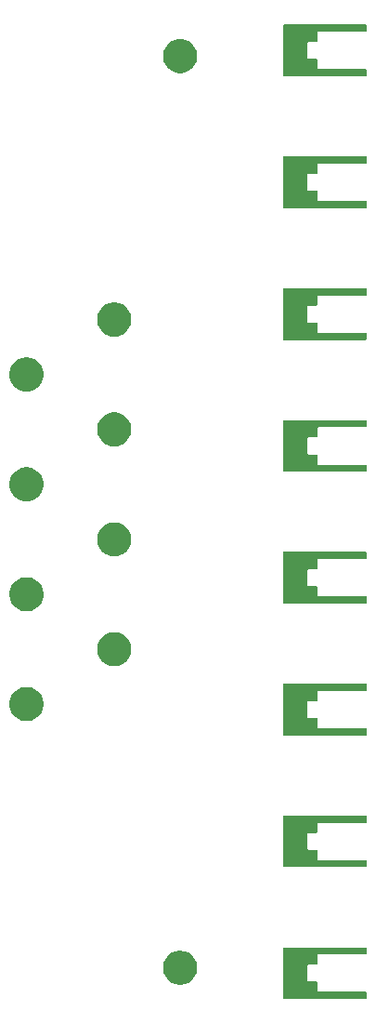
<source format=gts>
G04 #@! TF.GenerationSoftware,KiCad,Pcbnew,(5.1.6-0-10_14)*
G04 #@! TF.CreationDate,2020-08-04T00:19:05+09:00*
G04 #@! TF.ProjectId,teabiscuits_electrode_interface,74656162-6973-4637-9569-74735f656c65,rev?*
G04 #@! TF.SameCoordinates,Original*
G04 #@! TF.FileFunction,Soldermask,Top*
G04 #@! TF.FilePolarity,Negative*
%FSLAX46Y46*%
G04 Gerber Fmt 4.6, Leading zero omitted, Abs format (unit mm)*
G04 Created by KiCad (PCBNEW (5.1.6-0-10_14)) date 2020-08-04 00:19:05*
%MOMM*%
%LPD*%
G01*
G04 APERTURE LIST*
%ADD10C,0.100000*%
G04 APERTURE END LIST*
D10*
G36*
X144959999Y-126149737D02*
G01*
X144969608Y-126152652D01*
X144978472Y-126157390D01*
X144986237Y-126163763D01*
X144992610Y-126171528D01*
X144997348Y-126180392D01*
X145000263Y-126190001D01*
X145001852Y-126206140D01*
X145001852Y-126743860D01*
X145000263Y-126759999D01*
X144997348Y-126769608D01*
X144992610Y-126778472D01*
X144986237Y-126786237D01*
X144978472Y-126792610D01*
X144969608Y-126797348D01*
X144959999Y-126800263D01*
X144943860Y-126801852D01*
X140626851Y-126801852D01*
X140602465Y-126804254D01*
X140579016Y-126811367D01*
X140557405Y-126822918D01*
X140538463Y-126838463D01*
X140522918Y-126857405D01*
X140511367Y-126879016D01*
X140504254Y-126902465D01*
X140501852Y-126926851D01*
X140501852Y-127673860D01*
X140500263Y-127689999D01*
X140497348Y-127699608D01*
X140492610Y-127708472D01*
X140486237Y-127716237D01*
X140478472Y-127722610D01*
X140469608Y-127727348D01*
X140459999Y-127730263D01*
X140443860Y-127731852D01*
X139725999Y-127731852D01*
X139701613Y-127734254D01*
X139678164Y-127741367D01*
X139656553Y-127752918D01*
X139637611Y-127768463D01*
X139622066Y-127787405D01*
X139610515Y-127809016D01*
X139603402Y-127832465D01*
X139601000Y-127856851D01*
X139601000Y-129143149D01*
X139603402Y-129167535D01*
X139610515Y-129190984D01*
X139622066Y-129212595D01*
X139637611Y-129231537D01*
X139656553Y-129247082D01*
X139678164Y-129258633D01*
X139701613Y-129265746D01*
X139725999Y-129268148D01*
X140443860Y-129268148D01*
X140459999Y-129269737D01*
X140469608Y-129272652D01*
X140478472Y-129277390D01*
X140486237Y-129283763D01*
X140492610Y-129291528D01*
X140497348Y-129300392D01*
X140500263Y-129310001D01*
X140501852Y-129326140D01*
X140501852Y-130073149D01*
X140504254Y-130097535D01*
X140511367Y-130120984D01*
X140522918Y-130142595D01*
X140538463Y-130161537D01*
X140557405Y-130177082D01*
X140579016Y-130188633D01*
X140602465Y-130195746D01*
X140626851Y-130198148D01*
X144943860Y-130198148D01*
X144959999Y-130199737D01*
X144969608Y-130202652D01*
X144978472Y-130207390D01*
X144986237Y-130213763D01*
X144992610Y-130221528D01*
X144997348Y-130230392D01*
X145000263Y-130240001D01*
X145001852Y-130256140D01*
X145001852Y-130793860D01*
X145000263Y-130809999D01*
X144997348Y-130819608D01*
X144992610Y-130828472D01*
X144986237Y-130836237D01*
X144978472Y-130842610D01*
X144969608Y-130847348D01*
X144959999Y-130850263D01*
X144943860Y-130851852D01*
X137456140Y-130851852D01*
X137440001Y-130850263D01*
X137430392Y-130847348D01*
X137421528Y-130842610D01*
X137413763Y-130836237D01*
X137407390Y-130828472D01*
X137402652Y-130819608D01*
X137399737Y-130809999D01*
X137398148Y-130793860D01*
X137398148Y-129326140D01*
X137399737Y-129310001D01*
X137402653Y-129300389D01*
X137410920Y-129284923D01*
X137420298Y-129262285D01*
X137425078Y-129238251D01*
X137425078Y-129213747D01*
X137420298Y-129189714D01*
X137410920Y-129167075D01*
X137399000Y-129149235D01*
X137399000Y-127850288D01*
X137404614Y-127843447D01*
X137416165Y-127821836D01*
X137423278Y-127798387D01*
X137425680Y-127774001D01*
X137423278Y-127749615D01*
X137416165Y-127726166D01*
X137410920Y-127715077D01*
X137402653Y-127699611D01*
X137399737Y-127689999D01*
X137398148Y-127673860D01*
X137398148Y-126206140D01*
X137399737Y-126190001D01*
X137402652Y-126180392D01*
X137407390Y-126171528D01*
X137413763Y-126163763D01*
X137421528Y-126157390D01*
X137430392Y-126152652D01*
X137440001Y-126149737D01*
X137456140Y-126148148D01*
X144943860Y-126148148D01*
X144959999Y-126149737D01*
G37*
G36*
X128302585Y-126478802D02*
G01*
X128452410Y-126508604D01*
X128734674Y-126625521D01*
X128988705Y-126795259D01*
X129204741Y-127011295D01*
X129374479Y-127265326D01*
X129491396Y-127547590D01*
X129551000Y-127847240D01*
X129551000Y-128152760D01*
X129491396Y-128452410D01*
X129374479Y-128734674D01*
X129204741Y-128988705D01*
X128988705Y-129204741D01*
X128734674Y-129374479D01*
X128452410Y-129491396D01*
X128302585Y-129521198D01*
X128152761Y-129551000D01*
X127847239Y-129551000D01*
X127697415Y-129521198D01*
X127547590Y-129491396D01*
X127265326Y-129374479D01*
X127011295Y-129204741D01*
X126795259Y-128988705D01*
X126625521Y-128734674D01*
X126508604Y-128452410D01*
X126449000Y-128152760D01*
X126449000Y-127847240D01*
X126508604Y-127547590D01*
X126625521Y-127265326D01*
X126795259Y-127011295D01*
X127011295Y-126795259D01*
X127265326Y-126625521D01*
X127547590Y-126508604D01*
X127697415Y-126478802D01*
X127847239Y-126449000D01*
X128152761Y-126449000D01*
X128302585Y-126478802D01*
G37*
G36*
X144959999Y-114149737D02*
G01*
X144969608Y-114152652D01*
X144978472Y-114157390D01*
X144986237Y-114163763D01*
X144992610Y-114171528D01*
X144997348Y-114180392D01*
X145000263Y-114190001D01*
X145001852Y-114206140D01*
X145001852Y-114743860D01*
X145000263Y-114759999D01*
X144997348Y-114769608D01*
X144992610Y-114778472D01*
X144986237Y-114786237D01*
X144978472Y-114792610D01*
X144969608Y-114797348D01*
X144959999Y-114800263D01*
X144943860Y-114801852D01*
X140626851Y-114801852D01*
X140602465Y-114804254D01*
X140579016Y-114811367D01*
X140557405Y-114822918D01*
X140538463Y-114838463D01*
X140522918Y-114857405D01*
X140511367Y-114879016D01*
X140504254Y-114902465D01*
X140501852Y-114926851D01*
X140501852Y-115673860D01*
X140500263Y-115689999D01*
X140497348Y-115699608D01*
X140492610Y-115708472D01*
X140486237Y-115716237D01*
X140478472Y-115722610D01*
X140469608Y-115727348D01*
X140459999Y-115730263D01*
X140443860Y-115731852D01*
X139725999Y-115731852D01*
X139701613Y-115734254D01*
X139678164Y-115741367D01*
X139656553Y-115752918D01*
X139637611Y-115768463D01*
X139622066Y-115787405D01*
X139610515Y-115809016D01*
X139603402Y-115832465D01*
X139601000Y-115856851D01*
X139601000Y-117143149D01*
X139603402Y-117167535D01*
X139610515Y-117190984D01*
X139622066Y-117212595D01*
X139637611Y-117231537D01*
X139656553Y-117247082D01*
X139678164Y-117258633D01*
X139701613Y-117265746D01*
X139725999Y-117268148D01*
X140443860Y-117268148D01*
X140459999Y-117269737D01*
X140469608Y-117272652D01*
X140478472Y-117277390D01*
X140486237Y-117283763D01*
X140492610Y-117291528D01*
X140497348Y-117300392D01*
X140500263Y-117310001D01*
X140501852Y-117326140D01*
X140501852Y-118073149D01*
X140504254Y-118097535D01*
X140511367Y-118120984D01*
X140522918Y-118142595D01*
X140538463Y-118161537D01*
X140557405Y-118177082D01*
X140579016Y-118188633D01*
X140602465Y-118195746D01*
X140626851Y-118198148D01*
X144943860Y-118198148D01*
X144959999Y-118199737D01*
X144969608Y-118202652D01*
X144978472Y-118207390D01*
X144986237Y-118213763D01*
X144992610Y-118221528D01*
X144997348Y-118230392D01*
X145000263Y-118240001D01*
X145001852Y-118256140D01*
X145001852Y-118793860D01*
X145000263Y-118809999D01*
X144997348Y-118819608D01*
X144992610Y-118828472D01*
X144986237Y-118836237D01*
X144978472Y-118842610D01*
X144969608Y-118847348D01*
X144959999Y-118850263D01*
X144943860Y-118851852D01*
X137456140Y-118851852D01*
X137440001Y-118850263D01*
X137430392Y-118847348D01*
X137421528Y-118842610D01*
X137413763Y-118836237D01*
X137407390Y-118828472D01*
X137402652Y-118819608D01*
X137399737Y-118809999D01*
X137398148Y-118793860D01*
X137398148Y-117326140D01*
X137399737Y-117310001D01*
X137402653Y-117300389D01*
X137410920Y-117284923D01*
X137420298Y-117262285D01*
X137425078Y-117238251D01*
X137425078Y-117213747D01*
X137420298Y-117189714D01*
X137410920Y-117167075D01*
X137399000Y-117149235D01*
X137399000Y-115850288D01*
X137404614Y-115843447D01*
X137416165Y-115821836D01*
X137423278Y-115798387D01*
X137425680Y-115774001D01*
X137423278Y-115749615D01*
X137416165Y-115726166D01*
X137410920Y-115715077D01*
X137402653Y-115699611D01*
X137399737Y-115689999D01*
X137398148Y-115673860D01*
X137398148Y-114206140D01*
X137399737Y-114190001D01*
X137402652Y-114180392D01*
X137407390Y-114171528D01*
X137413763Y-114163763D01*
X137421528Y-114157390D01*
X137430392Y-114152652D01*
X137440001Y-114149737D01*
X137456140Y-114148148D01*
X144943860Y-114148148D01*
X144959999Y-114149737D01*
G37*
G36*
X144959999Y-102149737D02*
G01*
X144969608Y-102152652D01*
X144978472Y-102157390D01*
X144986237Y-102163763D01*
X144992610Y-102171528D01*
X144997348Y-102180392D01*
X145000263Y-102190001D01*
X145001852Y-102206140D01*
X145001852Y-102743860D01*
X145000263Y-102759999D01*
X144997348Y-102769608D01*
X144992610Y-102778472D01*
X144986237Y-102786237D01*
X144978472Y-102792610D01*
X144969608Y-102797348D01*
X144959999Y-102800263D01*
X144943860Y-102801852D01*
X140626851Y-102801852D01*
X140602465Y-102804254D01*
X140579016Y-102811367D01*
X140557405Y-102822918D01*
X140538463Y-102838463D01*
X140522918Y-102857405D01*
X140511367Y-102879016D01*
X140504254Y-102902465D01*
X140501852Y-102926851D01*
X140501852Y-103673860D01*
X140500263Y-103689999D01*
X140497348Y-103699608D01*
X140492610Y-103708472D01*
X140486237Y-103716237D01*
X140478472Y-103722610D01*
X140469608Y-103727348D01*
X140459999Y-103730263D01*
X140443860Y-103731852D01*
X139725999Y-103731852D01*
X139701613Y-103734254D01*
X139678164Y-103741367D01*
X139656553Y-103752918D01*
X139637611Y-103768463D01*
X139622066Y-103787405D01*
X139610515Y-103809016D01*
X139603402Y-103832465D01*
X139601000Y-103856851D01*
X139601000Y-105143149D01*
X139603402Y-105167535D01*
X139610515Y-105190984D01*
X139622066Y-105212595D01*
X139637611Y-105231537D01*
X139656553Y-105247082D01*
X139678164Y-105258633D01*
X139701613Y-105265746D01*
X139725999Y-105268148D01*
X140443860Y-105268148D01*
X140459999Y-105269737D01*
X140469608Y-105272652D01*
X140478472Y-105277390D01*
X140486237Y-105283763D01*
X140492610Y-105291528D01*
X140497348Y-105300392D01*
X140500263Y-105310001D01*
X140501852Y-105326140D01*
X140501852Y-106073149D01*
X140504254Y-106097535D01*
X140511367Y-106120984D01*
X140522918Y-106142595D01*
X140538463Y-106161537D01*
X140557405Y-106177082D01*
X140579016Y-106188633D01*
X140602465Y-106195746D01*
X140626851Y-106198148D01*
X144943860Y-106198148D01*
X144959999Y-106199737D01*
X144969608Y-106202652D01*
X144978472Y-106207390D01*
X144986237Y-106213763D01*
X144992610Y-106221528D01*
X144997348Y-106230392D01*
X145000263Y-106240001D01*
X145001852Y-106256140D01*
X145001852Y-106793860D01*
X145000263Y-106809999D01*
X144997348Y-106819608D01*
X144992610Y-106828472D01*
X144986237Y-106836237D01*
X144978472Y-106842610D01*
X144969608Y-106847348D01*
X144959999Y-106850263D01*
X144943860Y-106851852D01*
X137456140Y-106851852D01*
X137440001Y-106850263D01*
X137430392Y-106847348D01*
X137421528Y-106842610D01*
X137413763Y-106836237D01*
X137407390Y-106828472D01*
X137402652Y-106819608D01*
X137399737Y-106809999D01*
X137398148Y-106793860D01*
X137398148Y-105326140D01*
X137399737Y-105310001D01*
X137402653Y-105300389D01*
X137410920Y-105284923D01*
X137420298Y-105262285D01*
X137425078Y-105238251D01*
X137425078Y-105213747D01*
X137420298Y-105189714D01*
X137410920Y-105167075D01*
X137399000Y-105149235D01*
X137399000Y-103850288D01*
X137404614Y-103843447D01*
X137416165Y-103821836D01*
X137423278Y-103798387D01*
X137425680Y-103774001D01*
X137423278Y-103749615D01*
X137416165Y-103726166D01*
X137410920Y-103715077D01*
X137402653Y-103699611D01*
X137399737Y-103689999D01*
X137398148Y-103673860D01*
X137398148Y-102206140D01*
X137399737Y-102190001D01*
X137402652Y-102180392D01*
X137407390Y-102171528D01*
X137413763Y-102163763D01*
X137421528Y-102157390D01*
X137430392Y-102152652D01*
X137440001Y-102149737D01*
X137456140Y-102148148D01*
X144943860Y-102148148D01*
X144959999Y-102149737D01*
G37*
G36*
X114302585Y-102478802D02*
G01*
X114452410Y-102508604D01*
X114734674Y-102625521D01*
X114988705Y-102795259D01*
X115204741Y-103011295D01*
X115374479Y-103265326D01*
X115491396Y-103547590D01*
X115551000Y-103847240D01*
X115551000Y-104152760D01*
X115491396Y-104452410D01*
X115374479Y-104734674D01*
X115204741Y-104988705D01*
X114988705Y-105204741D01*
X114734674Y-105374479D01*
X114452410Y-105491396D01*
X114302585Y-105521198D01*
X114152761Y-105551000D01*
X113847239Y-105551000D01*
X113697415Y-105521198D01*
X113547590Y-105491396D01*
X113265326Y-105374479D01*
X113011295Y-105204741D01*
X112795259Y-104988705D01*
X112625521Y-104734674D01*
X112508604Y-104452410D01*
X112449000Y-104152760D01*
X112449000Y-103847240D01*
X112508604Y-103547590D01*
X112625521Y-103265326D01*
X112795259Y-103011295D01*
X113011295Y-102795259D01*
X113265326Y-102625521D01*
X113547590Y-102508604D01*
X113697415Y-102478802D01*
X113847239Y-102449000D01*
X114152761Y-102449000D01*
X114302585Y-102478802D01*
G37*
G36*
X122302585Y-97478802D02*
G01*
X122452410Y-97508604D01*
X122734674Y-97625521D01*
X122988705Y-97795259D01*
X123204741Y-98011295D01*
X123374479Y-98265326D01*
X123491396Y-98547590D01*
X123551000Y-98847240D01*
X123551000Y-99152760D01*
X123491396Y-99452410D01*
X123374479Y-99734674D01*
X123204741Y-99988705D01*
X122988705Y-100204741D01*
X122734674Y-100374479D01*
X122452410Y-100491396D01*
X122302585Y-100521198D01*
X122152761Y-100551000D01*
X121847239Y-100551000D01*
X121697415Y-100521198D01*
X121547590Y-100491396D01*
X121265326Y-100374479D01*
X121011295Y-100204741D01*
X120795259Y-99988705D01*
X120625521Y-99734674D01*
X120508604Y-99452410D01*
X120449000Y-99152760D01*
X120449000Y-98847240D01*
X120508604Y-98547590D01*
X120625521Y-98265326D01*
X120795259Y-98011295D01*
X121011295Y-97795259D01*
X121265326Y-97625521D01*
X121547590Y-97508604D01*
X121697415Y-97478802D01*
X121847239Y-97449000D01*
X122152761Y-97449000D01*
X122302585Y-97478802D01*
G37*
G36*
X114302585Y-92478802D02*
G01*
X114452410Y-92508604D01*
X114734674Y-92625521D01*
X114988705Y-92795259D01*
X115204741Y-93011295D01*
X115374479Y-93265326D01*
X115491396Y-93547590D01*
X115491396Y-93547591D01*
X115551000Y-93847239D01*
X115551000Y-94152761D01*
X115521198Y-94302585D01*
X115491396Y-94452410D01*
X115374479Y-94734674D01*
X115204741Y-94988705D01*
X114988705Y-95204741D01*
X114734674Y-95374479D01*
X114452410Y-95491396D01*
X114302585Y-95521198D01*
X114152761Y-95551000D01*
X113847239Y-95551000D01*
X113697415Y-95521198D01*
X113547590Y-95491396D01*
X113265326Y-95374479D01*
X113011295Y-95204741D01*
X112795259Y-94988705D01*
X112625521Y-94734674D01*
X112508604Y-94452410D01*
X112478802Y-94302585D01*
X112449000Y-94152761D01*
X112449000Y-93847239D01*
X112508604Y-93547591D01*
X112508604Y-93547590D01*
X112625521Y-93265326D01*
X112795259Y-93011295D01*
X113011295Y-92795259D01*
X113265326Y-92625521D01*
X113547590Y-92508604D01*
X113697415Y-92478802D01*
X113847239Y-92449000D01*
X114152761Y-92449000D01*
X114302585Y-92478802D01*
G37*
G36*
X144959999Y-90149737D02*
G01*
X144969608Y-90152652D01*
X144978472Y-90157390D01*
X144986237Y-90163763D01*
X144992610Y-90171528D01*
X144997348Y-90180392D01*
X145000263Y-90190001D01*
X145001852Y-90206140D01*
X145001852Y-90743860D01*
X145000263Y-90759999D01*
X144997348Y-90769608D01*
X144992610Y-90778472D01*
X144986237Y-90786237D01*
X144978472Y-90792610D01*
X144969608Y-90797348D01*
X144959999Y-90800263D01*
X144943860Y-90801852D01*
X140626851Y-90801852D01*
X140602465Y-90804254D01*
X140579016Y-90811367D01*
X140557405Y-90822918D01*
X140538463Y-90838463D01*
X140522918Y-90857405D01*
X140511367Y-90879016D01*
X140504254Y-90902465D01*
X140501852Y-90926851D01*
X140501852Y-91673860D01*
X140500263Y-91689999D01*
X140497348Y-91699608D01*
X140492610Y-91708472D01*
X140486237Y-91716237D01*
X140478472Y-91722610D01*
X140469608Y-91727348D01*
X140459999Y-91730263D01*
X140443860Y-91731852D01*
X139725999Y-91731852D01*
X139701613Y-91734254D01*
X139678164Y-91741367D01*
X139656553Y-91752918D01*
X139637611Y-91768463D01*
X139622066Y-91787405D01*
X139610515Y-91809016D01*
X139603402Y-91832465D01*
X139601000Y-91856851D01*
X139601000Y-93143149D01*
X139603402Y-93167535D01*
X139610515Y-93190984D01*
X139622066Y-93212595D01*
X139637611Y-93231537D01*
X139656553Y-93247082D01*
X139678164Y-93258633D01*
X139701613Y-93265746D01*
X139725999Y-93268148D01*
X140443860Y-93268148D01*
X140459999Y-93269737D01*
X140469608Y-93272652D01*
X140478472Y-93277390D01*
X140486237Y-93283763D01*
X140492610Y-93291528D01*
X140497348Y-93300392D01*
X140500263Y-93310001D01*
X140501852Y-93326140D01*
X140501852Y-94073149D01*
X140504254Y-94097535D01*
X140511367Y-94120984D01*
X140522918Y-94142595D01*
X140538463Y-94161537D01*
X140557405Y-94177082D01*
X140579016Y-94188633D01*
X140602465Y-94195746D01*
X140626851Y-94198148D01*
X144943860Y-94198148D01*
X144959999Y-94199737D01*
X144969608Y-94202652D01*
X144978472Y-94207390D01*
X144986237Y-94213763D01*
X144992610Y-94221528D01*
X144997348Y-94230392D01*
X145000263Y-94240001D01*
X145001852Y-94256140D01*
X145001852Y-94793860D01*
X145000263Y-94809999D01*
X144997348Y-94819608D01*
X144992610Y-94828472D01*
X144986237Y-94836237D01*
X144978472Y-94842610D01*
X144969608Y-94847348D01*
X144959999Y-94850263D01*
X144943860Y-94851852D01*
X137456140Y-94851852D01*
X137440001Y-94850263D01*
X137430392Y-94847348D01*
X137421528Y-94842610D01*
X137413763Y-94836237D01*
X137407390Y-94828472D01*
X137402652Y-94819608D01*
X137399737Y-94809999D01*
X137398148Y-94793860D01*
X137398148Y-93326140D01*
X137399737Y-93310001D01*
X137402653Y-93300389D01*
X137410920Y-93284923D01*
X137420298Y-93262285D01*
X137425078Y-93238251D01*
X137425078Y-93213747D01*
X137420298Y-93189714D01*
X137410920Y-93167075D01*
X137399000Y-93149235D01*
X137399000Y-91850288D01*
X137404614Y-91843447D01*
X137416165Y-91821836D01*
X137423278Y-91798387D01*
X137425680Y-91774001D01*
X137423278Y-91749615D01*
X137416165Y-91726166D01*
X137410920Y-91715077D01*
X137402653Y-91699611D01*
X137399737Y-91689999D01*
X137398148Y-91673860D01*
X137398148Y-90206140D01*
X137399737Y-90190001D01*
X137402652Y-90180392D01*
X137407390Y-90171528D01*
X137413763Y-90163763D01*
X137421528Y-90157390D01*
X137430392Y-90152652D01*
X137440001Y-90149737D01*
X137456140Y-90148148D01*
X144943860Y-90148148D01*
X144959999Y-90149737D01*
G37*
G36*
X122302585Y-87478802D02*
G01*
X122452410Y-87508604D01*
X122734674Y-87625521D01*
X122988705Y-87795259D01*
X123204741Y-88011295D01*
X123374479Y-88265326D01*
X123491396Y-88547590D01*
X123551000Y-88847240D01*
X123551000Y-89152760D01*
X123491396Y-89452410D01*
X123374479Y-89734674D01*
X123204741Y-89988705D01*
X122988705Y-90204741D01*
X122734674Y-90374479D01*
X122452410Y-90491396D01*
X122302585Y-90521198D01*
X122152761Y-90551000D01*
X121847239Y-90551000D01*
X121697415Y-90521198D01*
X121547590Y-90491396D01*
X121265326Y-90374479D01*
X121011295Y-90204741D01*
X120795259Y-89988705D01*
X120625521Y-89734674D01*
X120508604Y-89452410D01*
X120449000Y-89152760D01*
X120449000Y-88847240D01*
X120508604Y-88547590D01*
X120625521Y-88265326D01*
X120795259Y-88011295D01*
X121011295Y-87795259D01*
X121265326Y-87625521D01*
X121547590Y-87508604D01*
X121697415Y-87478802D01*
X121847239Y-87449000D01*
X122152761Y-87449000D01*
X122302585Y-87478802D01*
G37*
G36*
X114302585Y-82478802D02*
G01*
X114452410Y-82508604D01*
X114734674Y-82625521D01*
X114988705Y-82795259D01*
X115204741Y-83011295D01*
X115374479Y-83265326D01*
X115491396Y-83547590D01*
X115551000Y-83847240D01*
X115551000Y-84152760D01*
X115491396Y-84452410D01*
X115374479Y-84734674D01*
X115204741Y-84988705D01*
X114988705Y-85204741D01*
X114734674Y-85374479D01*
X114452410Y-85491396D01*
X114302585Y-85521198D01*
X114152761Y-85551000D01*
X113847239Y-85551000D01*
X113697415Y-85521198D01*
X113547590Y-85491396D01*
X113265326Y-85374479D01*
X113011295Y-85204741D01*
X112795259Y-84988705D01*
X112625521Y-84734674D01*
X112508604Y-84452410D01*
X112449000Y-84152760D01*
X112449000Y-83847240D01*
X112508604Y-83547590D01*
X112625521Y-83265326D01*
X112795259Y-83011295D01*
X113011295Y-82795259D01*
X113265326Y-82625521D01*
X113547590Y-82508604D01*
X113697415Y-82478802D01*
X113847239Y-82449000D01*
X114152761Y-82449000D01*
X114302585Y-82478802D01*
G37*
G36*
X144959999Y-78149737D02*
G01*
X144969608Y-78152652D01*
X144978472Y-78157390D01*
X144986237Y-78163763D01*
X144992610Y-78171528D01*
X144997348Y-78180392D01*
X145000263Y-78190001D01*
X145001852Y-78206140D01*
X145001852Y-78743860D01*
X145000263Y-78759999D01*
X144997348Y-78769608D01*
X144992610Y-78778472D01*
X144986237Y-78786237D01*
X144978472Y-78792610D01*
X144969608Y-78797348D01*
X144959999Y-78800263D01*
X144943860Y-78801852D01*
X140626851Y-78801852D01*
X140602465Y-78804254D01*
X140579016Y-78811367D01*
X140557405Y-78822918D01*
X140538463Y-78838463D01*
X140522918Y-78857405D01*
X140511367Y-78879016D01*
X140504254Y-78902465D01*
X140501852Y-78926851D01*
X140501852Y-79673860D01*
X140500263Y-79689999D01*
X140497348Y-79699608D01*
X140492610Y-79708472D01*
X140486237Y-79716237D01*
X140478472Y-79722610D01*
X140469608Y-79727348D01*
X140459999Y-79730263D01*
X140443860Y-79731852D01*
X139725999Y-79731852D01*
X139701613Y-79734254D01*
X139678164Y-79741367D01*
X139656553Y-79752918D01*
X139637611Y-79768463D01*
X139622066Y-79787405D01*
X139610515Y-79809016D01*
X139603402Y-79832465D01*
X139601000Y-79856851D01*
X139601000Y-81143149D01*
X139603402Y-81167535D01*
X139610515Y-81190984D01*
X139622066Y-81212595D01*
X139637611Y-81231537D01*
X139656553Y-81247082D01*
X139678164Y-81258633D01*
X139701613Y-81265746D01*
X139725999Y-81268148D01*
X140443860Y-81268148D01*
X140459999Y-81269737D01*
X140469608Y-81272652D01*
X140478472Y-81277390D01*
X140486237Y-81283763D01*
X140492610Y-81291528D01*
X140497348Y-81300392D01*
X140500263Y-81310001D01*
X140501852Y-81326140D01*
X140501852Y-82073149D01*
X140504254Y-82097535D01*
X140511367Y-82120984D01*
X140522918Y-82142595D01*
X140538463Y-82161537D01*
X140557405Y-82177082D01*
X140579016Y-82188633D01*
X140602465Y-82195746D01*
X140626851Y-82198148D01*
X144943860Y-82198148D01*
X144959999Y-82199737D01*
X144969608Y-82202652D01*
X144978472Y-82207390D01*
X144986237Y-82213763D01*
X144992610Y-82221528D01*
X144997348Y-82230392D01*
X145000263Y-82240001D01*
X145001852Y-82256140D01*
X145001852Y-82793860D01*
X145000263Y-82809999D01*
X144997348Y-82819608D01*
X144992610Y-82828472D01*
X144986237Y-82836237D01*
X144978472Y-82842610D01*
X144969608Y-82847348D01*
X144959999Y-82850263D01*
X144943860Y-82851852D01*
X137456140Y-82851852D01*
X137440001Y-82850263D01*
X137430392Y-82847348D01*
X137421528Y-82842610D01*
X137413763Y-82836237D01*
X137407390Y-82828472D01*
X137402652Y-82819608D01*
X137399737Y-82809999D01*
X137398148Y-82793860D01*
X137398148Y-81326140D01*
X137399737Y-81310001D01*
X137402653Y-81300389D01*
X137410920Y-81284923D01*
X137420298Y-81262285D01*
X137425078Y-81238251D01*
X137425078Y-81213747D01*
X137420298Y-81189714D01*
X137410920Y-81167075D01*
X137399000Y-81149235D01*
X137399000Y-79850288D01*
X137404614Y-79843447D01*
X137416165Y-79821836D01*
X137423278Y-79798387D01*
X137425680Y-79774001D01*
X137423278Y-79749615D01*
X137416165Y-79726166D01*
X137410920Y-79715077D01*
X137402653Y-79699611D01*
X137399737Y-79689999D01*
X137398148Y-79673860D01*
X137398148Y-78206140D01*
X137399737Y-78190001D01*
X137402652Y-78180392D01*
X137407390Y-78171528D01*
X137413763Y-78163763D01*
X137421528Y-78157390D01*
X137430392Y-78152652D01*
X137440001Y-78149737D01*
X137456140Y-78148148D01*
X144943860Y-78148148D01*
X144959999Y-78149737D01*
G37*
G36*
X122302585Y-77478802D02*
G01*
X122452410Y-77508604D01*
X122734674Y-77625521D01*
X122988705Y-77795259D01*
X123204741Y-78011295D01*
X123374479Y-78265326D01*
X123491396Y-78547590D01*
X123491396Y-78547591D01*
X123543865Y-78811367D01*
X123551000Y-78847240D01*
X123551000Y-79152760D01*
X123491396Y-79452410D01*
X123374479Y-79734674D01*
X123204741Y-79988705D01*
X122988705Y-80204741D01*
X122734674Y-80374479D01*
X122452410Y-80491396D01*
X122302585Y-80521198D01*
X122152761Y-80551000D01*
X121847239Y-80551000D01*
X121697415Y-80521198D01*
X121547590Y-80491396D01*
X121265326Y-80374479D01*
X121011295Y-80204741D01*
X120795259Y-79988705D01*
X120625521Y-79734674D01*
X120508604Y-79452410D01*
X120449000Y-79152760D01*
X120449000Y-78847240D01*
X120456136Y-78811367D01*
X120508604Y-78547591D01*
X120508604Y-78547590D01*
X120625521Y-78265326D01*
X120795259Y-78011295D01*
X121011295Y-77795259D01*
X121265326Y-77625521D01*
X121547590Y-77508604D01*
X121697415Y-77478802D01*
X121847239Y-77449000D01*
X122152761Y-77449000D01*
X122302585Y-77478802D01*
G37*
G36*
X114302585Y-72478802D02*
G01*
X114452410Y-72508604D01*
X114734674Y-72625521D01*
X114988705Y-72795259D01*
X115204741Y-73011295D01*
X115374479Y-73265326D01*
X115491396Y-73547590D01*
X115551000Y-73847240D01*
X115551000Y-74152760D01*
X115491396Y-74452410D01*
X115374479Y-74734674D01*
X115204741Y-74988705D01*
X114988705Y-75204741D01*
X114734674Y-75374479D01*
X114452410Y-75491396D01*
X114302585Y-75521198D01*
X114152761Y-75551000D01*
X113847239Y-75551000D01*
X113697415Y-75521198D01*
X113547590Y-75491396D01*
X113265326Y-75374479D01*
X113011295Y-75204741D01*
X112795259Y-74988705D01*
X112625521Y-74734674D01*
X112508604Y-74452410D01*
X112449000Y-74152760D01*
X112449000Y-73847240D01*
X112508604Y-73547590D01*
X112625521Y-73265326D01*
X112795259Y-73011295D01*
X113011295Y-72795259D01*
X113265326Y-72625521D01*
X113547590Y-72508604D01*
X113697415Y-72478802D01*
X113847239Y-72449000D01*
X114152761Y-72449000D01*
X114302585Y-72478802D01*
G37*
G36*
X144959999Y-66149737D02*
G01*
X144969608Y-66152652D01*
X144978472Y-66157390D01*
X144986237Y-66163763D01*
X144992610Y-66171528D01*
X144997348Y-66180392D01*
X145000263Y-66190001D01*
X145001852Y-66206140D01*
X145001852Y-66743860D01*
X145000263Y-66759999D01*
X144997348Y-66769608D01*
X144992610Y-66778472D01*
X144986237Y-66786237D01*
X144978472Y-66792610D01*
X144969608Y-66797348D01*
X144959999Y-66800263D01*
X144943860Y-66801852D01*
X140626851Y-66801852D01*
X140602465Y-66804254D01*
X140579016Y-66811367D01*
X140557405Y-66822918D01*
X140538463Y-66838463D01*
X140522918Y-66857405D01*
X140511367Y-66879016D01*
X140504254Y-66902465D01*
X140501852Y-66926851D01*
X140501852Y-67673860D01*
X140500263Y-67689999D01*
X140497348Y-67699608D01*
X140492610Y-67708472D01*
X140486237Y-67716237D01*
X140478472Y-67722610D01*
X140469608Y-67727348D01*
X140459999Y-67730263D01*
X140443860Y-67731852D01*
X139725999Y-67731852D01*
X139701613Y-67734254D01*
X139678164Y-67741367D01*
X139656553Y-67752918D01*
X139637611Y-67768463D01*
X139622066Y-67787405D01*
X139610515Y-67809016D01*
X139603402Y-67832465D01*
X139601000Y-67856851D01*
X139601000Y-69143149D01*
X139603402Y-69167535D01*
X139610515Y-69190984D01*
X139622066Y-69212595D01*
X139637611Y-69231537D01*
X139656553Y-69247082D01*
X139678164Y-69258633D01*
X139701613Y-69265746D01*
X139725999Y-69268148D01*
X140443860Y-69268148D01*
X140459999Y-69269737D01*
X140469608Y-69272652D01*
X140478472Y-69277390D01*
X140486237Y-69283763D01*
X140492610Y-69291528D01*
X140497348Y-69300392D01*
X140500263Y-69310001D01*
X140501852Y-69326140D01*
X140501852Y-70073149D01*
X140504254Y-70097535D01*
X140511367Y-70120984D01*
X140522918Y-70142595D01*
X140538463Y-70161537D01*
X140557405Y-70177082D01*
X140579016Y-70188633D01*
X140602465Y-70195746D01*
X140626851Y-70198148D01*
X144943860Y-70198148D01*
X144959999Y-70199737D01*
X144969608Y-70202652D01*
X144978472Y-70207390D01*
X144986237Y-70213763D01*
X144992610Y-70221528D01*
X144997348Y-70230392D01*
X145000263Y-70240001D01*
X145001852Y-70256140D01*
X145001852Y-70793860D01*
X145000263Y-70809999D01*
X144997348Y-70819608D01*
X144992610Y-70828472D01*
X144986237Y-70836237D01*
X144978472Y-70842610D01*
X144969608Y-70847348D01*
X144959999Y-70850263D01*
X144943860Y-70851852D01*
X137456140Y-70851852D01*
X137440001Y-70850263D01*
X137430392Y-70847348D01*
X137421528Y-70842610D01*
X137413763Y-70836237D01*
X137407390Y-70828472D01*
X137402652Y-70819608D01*
X137399737Y-70809999D01*
X137398148Y-70793860D01*
X137398148Y-69326140D01*
X137399737Y-69310001D01*
X137402653Y-69300389D01*
X137410920Y-69284923D01*
X137420298Y-69262285D01*
X137425078Y-69238251D01*
X137425078Y-69213747D01*
X137420298Y-69189714D01*
X137410920Y-69167075D01*
X137399000Y-69149235D01*
X137399000Y-67850288D01*
X137404614Y-67843447D01*
X137416165Y-67821836D01*
X137423278Y-67798387D01*
X137425680Y-67774001D01*
X137423278Y-67749615D01*
X137416165Y-67726166D01*
X137410920Y-67715077D01*
X137402653Y-67699611D01*
X137399737Y-67689999D01*
X137398148Y-67673860D01*
X137398148Y-66206140D01*
X137399737Y-66190001D01*
X137402652Y-66180392D01*
X137407390Y-66171528D01*
X137413763Y-66163763D01*
X137421528Y-66157390D01*
X137430392Y-66152652D01*
X137440001Y-66149737D01*
X137456140Y-66148148D01*
X144943860Y-66148148D01*
X144959999Y-66149737D01*
G37*
G36*
X122302585Y-67478802D02*
G01*
X122452410Y-67508604D01*
X122734674Y-67625521D01*
X122988705Y-67795259D01*
X123204741Y-68011295D01*
X123374479Y-68265326D01*
X123491396Y-68547590D01*
X123491396Y-68547591D01*
X123551000Y-68847239D01*
X123551000Y-69152761D01*
X123543397Y-69190984D01*
X123491396Y-69452410D01*
X123374479Y-69734674D01*
X123204741Y-69988705D01*
X122988705Y-70204741D01*
X122734674Y-70374479D01*
X122452410Y-70491396D01*
X122302585Y-70521198D01*
X122152761Y-70551000D01*
X121847239Y-70551000D01*
X121697415Y-70521198D01*
X121547590Y-70491396D01*
X121265326Y-70374479D01*
X121011295Y-70204741D01*
X120795259Y-69988705D01*
X120625521Y-69734674D01*
X120508604Y-69452410D01*
X120456603Y-69190984D01*
X120449000Y-69152761D01*
X120449000Y-68847239D01*
X120508604Y-68547591D01*
X120508604Y-68547590D01*
X120625521Y-68265326D01*
X120795259Y-68011295D01*
X121011295Y-67795259D01*
X121265326Y-67625521D01*
X121547590Y-67508604D01*
X121697415Y-67478802D01*
X121847239Y-67449000D01*
X122152761Y-67449000D01*
X122302585Y-67478802D01*
G37*
G36*
X144959999Y-54149737D02*
G01*
X144969608Y-54152652D01*
X144978472Y-54157390D01*
X144986237Y-54163763D01*
X144992610Y-54171528D01*
X144997348Y-54180392D01*
X145000263Y-54190001D01*
X145001852Y-54206140D01*
X145001852Y-54743860D01*
X145000263Y-54759999D01*
X144997348Y-54769608D01*
X144992610Y-54778472D01*
X144986237Y-54786237D01*
X144978472Y-54792610D01*
X144969608Y-54797348D01*
X144959999Y-54800263D01*
X144943860Y-54801852D01*
X140626851Y-54801852D01*
X140602465Y-54804254D01*
X140579016Y-54811367D01*
X140557405Y-54822918D01*
X140538463Y-54838463D01*
X140522918Y-54857405D01*
X140511367Y-54879016D01*
X140504254Y-54902465D01*
X140501852Y-54926851D01*
X140501852Y-55673860D01*
X140500263Y-55689999D01*
X140497348Y-55699608D01*
X140492610Y-55708472D01*
X140486237Y-55716237D01*
X140478472Y-55722610D01*
X140469608Y-55727348D01*
X140459999Y-55730263D01*
X140443860Y-55731852D01*
X139725999Y-55731852D01*
X139701613Y-55734254D01*
X139678164Y-55741367D01*
X139656553Y-55752918D01*
X139637611Y-55768463D01*
X139622066Y-55787405D01*
X139610515Y-55809016D01*
X139603402Y-55832465D01*
X139601000Y-55856851D01*
X139601000Y-57143149D01*
X139603402Y-57167535D01*
X139610515Y-57190984D01*
X139622066Y-57212595D01*
X139637611Y-57231537D01*
X139656553Y-57247082D01*
X139678164Y-57258633D01*
X139701613Y-57265746D01*
X139725999Y-57268148D01*
X140443860Y-57268148D01*
X140459999Y-57269737D01*
X140469608Y-57272652D01*
X140478472Y-57277390D01*
X140486237Y-57283763D01*
X140492610Y-57291528D01*
X140497348Y-57300392D01*
X140500263Y-57310001D01*
X140501852Y-57326140D01*
X140501852Y-58073149D01*
X140504254Y-58097535D01*
X140511367Y-58120984D01*
X140522918Y-58142595D01*
X140538463Y-58161537D01*
X140557405Y-58177082D01*
X140579016Y-58188633D01*
X140602465Y-58195746D01*
X140626851Y-58198148D01*
X144943860Y-58198148D01*
X144959999Y-58199737D01*
X144969608Y-58202652D01*
X144978472Y-58207390D01*
X144986237Y-58213763D01*
X144992610Y-58221528D01*
X144997348Y-58230392D01*
X145000263Y-58240001D01*
X145001852Y-58256140D01*
X145001852Y-58793860D01*
X145000263Y-58809999D01*
X144997348Y-58819608D01*
X144992610Y-58828472D01*
X144986237Y-58836237D01*
X144978472Y-58842610D01*
X144969608Y-58847348D01*
X144959999Y-58850263D01*
X144943860Y-58851852D01*
X137456140Y-58851852D01*
X137440001Y-58850263D01*
X137430392Y-58847348D01*
X137421528Y-58842610D01*
X137413763Y-58836237D01*
X137407390Y-58828472D01*
X137402652Y-58819608D01*
X137399737Y-58809999D01*
X137398148Y-58793860D01*
X137398148Y-57326140D01*
X137399737Y-57310001D01*
X137402653Y-57300389D01*
X137410920Y-57284923D01*
X137420298Y-57262285D01*
X137425078Y-57238251D01*
X137425078Y-57213747D01*
X137420298Y-57189714D01*
X137410920Y-57167075D01*
X137399000Y-57149235D01*
X137399000Y-55850288D01*
X137404614Y-55843447D01*
X137416165Y-55821836D01*
X137423278Y-55798387D01*
X137425680Y-55774001D01*
X137423278Y-55749615D01*
X137416165Y-55726166D01*
X137410920Y-55715077D01*
X137402653Y-55699611D01*
X137399737Y-55689999D01*
X137398148Y-55673860D01*
X137398148Y-54206140D01*
X137399737Y-54190001D01*
X137402652Y-54180392D01*
X137407390Y-54171528D01*
X137413763Y-54163763D01*
X137421528Y-54157390D01*
X137430392Y-54152652D01*
X137440001Y-54149737D01*
X137456140Y-54148148D01*
X144943860Y-54148148D01*
X144959999Y-54149737D01*
G37*
G36*
X144959999Y-42149737D02*
G01*
X144969608Y-42152652D01*
X144978472Y-42157390D01*
X144986237Y-42163763D01*
X144992610Y-42171528D01*
X144997348Y-42180392D01*
X145000263Y-42190001D01*
X145001852Y-42206140D01*
X145001852Y-42743860D01*
X145000263Y-42759999D01*
X144997348Y-42769608D01*
X144992610Y-42778472D01*
X144986237Y-42786237D01*
X144978472Y-42792610D01*
X144969608Y-42797348D01*
X144959999Y-42800263D01*
X144943860Y-42801852D01*
X140626851Y-42801852D01*
X140602465Y-42804254D01*
X140579016Y-42811367D01*
X140557405Y-42822918D01*
X140538463Y-42838463D01*
X140522918Y-42857405D01*
X140511367Y-42879016D01*
X140504254Y-42902465D01*
X140501852Y-42926851D01*
X140501852Y-43673860D01*
X140500263Y-43689999D01*
X140497348Y-43699608D01*
X140492610Y-43708472D01*
X140486237Y-43716237D01*
X140478472Y-43722610D01*
X140469608Y-43727348D01*
X140459999Y-43730263D01*
X140443860Y-43731852D01*
X139725999Y-43731852D01*
X139701613Y-43734254D01*
X139678164Y-43741367D01*
X139656553Y-43752918D01*
X139637611Y-43768463D01*
X139622066Y-43787405D01*
X139610515Y-43809016D01*
X139603402Y-43832465D01*
X139601000Y-43856851D01*
X139601000Y-45143149D01*
X139603402Y-45167535D01*
X139610515Y-45190984D01*
X139622066Y-45212595D01*
X139637611Y-45231537D01*
X139656553Y-45247082D01*
X139678164Y-45258633D01*
X139701613Y-45265746D01*
X139725999Y-45268148D01*
X140443860Y-45268148D01*
X140459999Y-45269737D01*
X140469608Y-45272652D01*
X140478472Y-45277390D01*
X140486237Y-45283763D01*
X140492610Y-45291528D01*
X140497348Y-45300392D01*
X140500263Y-45310001D01*
X140501852Y-45326140D01*
X140501852Y-46073149D01*
X140504254Y-46097535D01*
X140511367Y-46120984D01*
X140522918Y-46142595D01*
X140538463Y-46161537D01*
X140557405Y-46177082D01*
X140579016Y-46188633D01*
X140602465Y-46195746D01*
X140626851Y-46198148D01*
X144943860Y-46198148D01*
X144959999Y-46199737D01*
X144969608Y-46202652D01*
X144978472Y-46207390D01*
X144986237Y-46213763D01*
X144992610Y-46221528D01*
X144997348Y-46230392D01*
X145000263Y-46240001D01*
X145001852Y-46256140D01*
X145001852Y-46793860D01*
X145000263Y-46809999D01*
X144997348Y-46819608D01*
X144992610Y-46828472D01*
X144986237Y-46836237D01*
X144978472Y-46842610D01*
X144969608Y-46847348D01*
X144959999Y-46850263D01*
X144943860Y-46851852D01*
X137456140Y-46851852D01*
X137440001Y-46850263D01*
X137430392Y-46847348D01*
X137421528Y-46842610D01*
X137413763Y-46836237D01*
X137407390Y-46828472D01*
X137402652Y-46819608D01*
X137399737Y-46809999D01*
X137398148Y-46793860D01*
X137398148Y-45326140D01*
X137399737Y-45310001D01*
X137402653Y-45300389D01*
X137410920Y-45284923D01*
X137420298Y-45262285D01*
X137425078Y-45238251D01*
X137425078Y-45213747D01*
X137420298Y-45189714D01*
X137410920Y-45167075D01*
X137399000Y-45149235D01*
X137399000Y-43850288D01*
X137404614Y-43843447D01*
X137416165Y-43821836D01*
X137423278Y-43798387D01*
X137425680Y-43774001D01*
X137423278Y-43749615D01*
X137416165Y-43726166D01*
X137410920Y-43715077D01*
X137402653Y-43699611D01*
X137399737Y-43689999D01*
X137398148Y-43673860D01*
X137398148Y-42206140D01*
X137399737Y-42190001D01*
X137402652Y-42180392D01*
X137407390Y-42171528D01*
X137413763Y-42163763D01*
X137421528Y-42157390D01*
X137430392Y-42152652D01*
X137440001Y-42149737D01*
X137456140Y-42148148D01*
X144943860Y-42148148D01*
X144959999Y-42149737D01*
G37*
G36*
X128302585Y-43478802D02*
G01*
X128452410Y-43508604D01*
X128734674Y-43625521D01*
X128988705Y-43795259D01*
X129204741Y-44011295D01*
X129374479Y-44265326D01*
X129491396Y-44547590D01*
X129491396Y-44547591D01*
X129551000Y-44847239D01*
X129551000Y-45152761D01*
X129543397Y-45190984D01*
X129491396Y-45452410D01*
X129374479Y-45734674D01*
X129204741Y-45988705D01*
X128988705Y-46204741D01*
X128734674Y-46374479D01*
X128452410Y-46491396D01*
X128302585Y-46521198D01*
X128152761Y-46551000D01*
X127847239Y-46551000D01*
X127697415Y-46521198D01*
X127547590Y-46491396D01*
X127265326Y-46374479D01*
X127011295Y-46204741D01*
X126795259Y-45988705D01*
X126625521Y-45734674D01*
X126508604Y-45452410D01*
X126456603Y-45190984D01*
X126449000Y-45152761D01*
X126449000Y-44847239D01*
X126508604Y-44547591D01*
X126508604Y-44547590D01*
X126625521Y-44265326D01*
X126795259Y-44011295D01*
X127011295Y-43795259D01*
X127265326Y-43625521D01*
X127547590Y-43508604D01*
X127697415Y-43478802D01*
X127847239Y-43449000D01*
X128152761Y-43449000D01*
X128302585Y-43478802D01*
G37*
M02*

</source>
